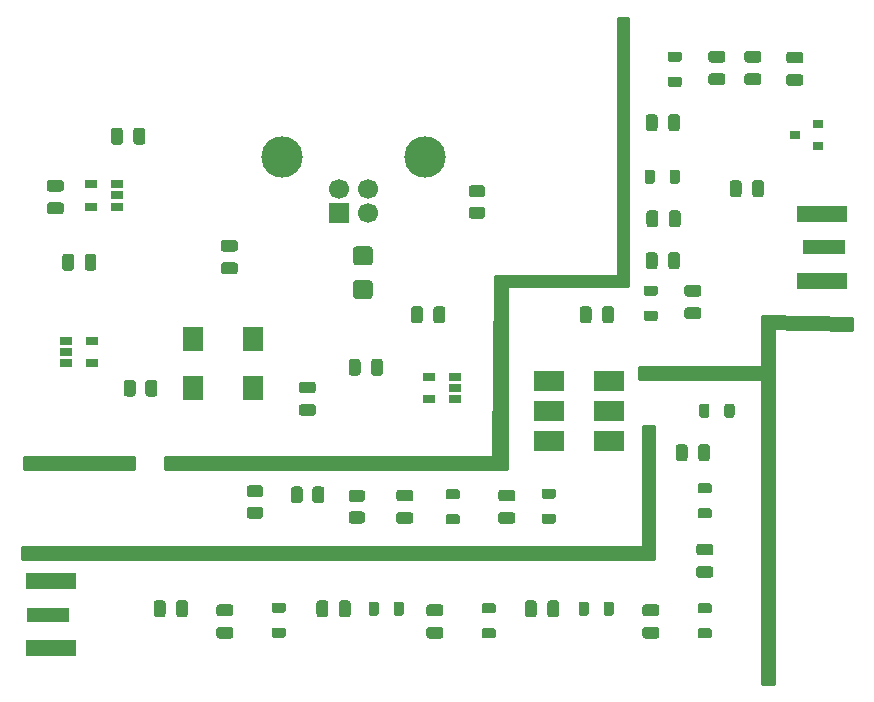
<source format=gbr>
%TF.GenerationSoftware,KiCad,Pcbnew,(5.1.10)-1*%
%TF.CreationDate,2021-08-21T15:59:26-07:00*%
%TF.ProjectId,upconverter,7570636f-6e76-4657-9274-65722e6b6963,rev?*%
%TF.SameCoordinates,Original*%
%TF.FileFunction,Soldermask,Top*%
%TF.FilePolarity,Negative*%
%FSLAX46Y46*%
G04 Gerber Fmt 4.6, Leading zero omitted, Abs format (unit mm)*
G04 Created by KiCad (PCBNEW (5.1.10)-1) date 2021-08-21 15:59:26*
%MOMM*%
%LPD*%
G01*
G04 APERTURE LIST*
%ADD10R,4.200000X1.350000*%
%ADD11R,3.600000X1.270000*%
%ADD12R,0.900000X0.800000*%
%ADD13R,1.700000X1.700000*%
%ADD14C,1.700000*%
%ADD15C,3.500000*%
%ADD16R,2.540000X1.651000*%
%ADD17R,1.060000X0.650000*%
%ADD18R,1.800000X2.000000*%
%ADD19C,0.254000*%
%ADD20C,0.100000*%
G04 APERTURE END LIST*
D10*
%TO.C,J2*%
X116586000Y-52482000D03*
X116586000Y-46832000D03*
D11*
X116786000Y-49657000D03*
%TD*%
%TO.C,J3*%
X51108000Y-80772000D03*
D10*
X51308000Y-83597000D03*
X51308000Y-77947000D03*
%TD*%
%TO.C,C20*%
G36*
G01*
X53271000Y-50452000D02*
X53271000Y-51402000D01*
G75*
G02*
X53021000Y-51652000I-250000J0D01*
G01*
X52521000Y-51652000D01*
G75*
G02*
X52271000Y-51402000I0J250000D01*
G01*
X52271000Y-50452000D01*
G75*
G02*
X52521000Y-50202000I250000J0D01*
G01*
X53021000Y-50202000D01*
G75*
G02*
X53271000Y-50452000I0J-250000D01*
G01*
G37*
G36*
G01*
X55171000Y-50452000D02*
X55171000Y-51402000D01*
G75*
G02*
X54921000Y-51652000I-250000J0D01*
G01*
X54421000Y-51652000D01*
G75*
G02*
X54171000Y-51402000I0J250000D01*
G01*
X54171000Y-50452000D01*
G75*
G02*
X54421000Y-50202000I250000J0D01*
G01*
X54921000Y-50202000D01*
G75*
G02*
X55171000Y-50452000I0J-250000D01*
G01*
G37*
%TD*%
%TO.C,C1*%
G36*
G01*
X110686000Y-45179000D02*
X110686000Y-44229000D01*
G75*
G02*
X110936000Y-43979000I250000J0D01*
G01*
X111436000Y-43979000D01*
G75*
G02*
X111686000Y-44229000I0J-250000D01*
G01*
X111686000Y-45179000D01*
G75*
G02*
X111436000Y-45429000I-250000J0D01*
G01*
X110936000Y-45429000D01*
G75*
G02*
X110686000Y-45179000I0J250000D01*
G01*
G37*
G36*
G01*
X108786000Y-45179000D02*
X108786000Y-44229000D01*
G75*
G02*
X109036000Y-43979000I250000J0D01*
G01*
X109536000Y-43979000D01*
G75*
G02*
X109786000Y-44229000I0J-250000D01*
G01*
X109786000Y-45179000D01*
G75*
G02*
X109536000Y-45429000I-250000J0D01*
G01*
X109036000Y-45429000D01*
G75*
G02*
X108786000Y-45179000I0J250000D01*
G01*
G37*
%TD*%
%TO.C,C2*%
G36*
G01*
X107114000Y-66581000D02*
X107114000Y-67531000D01*
G75*
G02*
X106864000Y-67781000I-250000J0D01*
G01*
X106364000Y-67781000D01*
G75*
G02*
X106114000Y-67531000I0J250000D01*
G01*
X106114000Y-66581000D01*
G75*
G02*
X106364000Y-66331000I250000J0D01*
G01*
X106864000Y-66331000D01*
G75*
G02*
X107114000Y-66581000I0J-250000D01*
G01*
G37*
G36*
G01*
X105214000Y-66581000D02*
X105214000Y-67531000D01*
G75*
G02*
X104964000Y-67781000I-250000J0D01*
G01*
X104464000Y-67781000D01*
G75*
G02*
X104214000Y-67531000I0J250000D01*
G01*
X104214000Y-66581000D01*
G75*
G02*
X104464000Y-66331000I250000J0D01*
G01*
X104964000Y-66331000D01*
G75*
G02*
X105214000Y-66581000I0J-250000D01*
G01*
G37*
%TD*%
%TO.C,C3*%
G36*
G01*
X65946000Y-50935000D02*
X66896000Y-50935000D01*
G75*
G02*
X67146000Y-51185000I0J-250000D01*
G01*
X67146000Y-51685000D01*
G75*
G02*
X66896000Y-51935000I-250000J0D01*
G01*
X65946000Y-51935000D01*
G75*
G02*
X65696000Y-51685000I0J250000D01*
G01*
X65696000Y-51185000D01*
G75*
G02*
X65946000Y-50935000I250000J0D01*
G01*
G37*
G36*
G01*
X65946000Y-49035000D02*
X66896000Y-49035000D01*
G75*
G02*
X67146000Y-49285000I0J-250000D01*
G01*
X67146000Y-49785000D01*
G75*
G02*
X66896000Y-50035000I-250000J0D01*
G01*
X65946000Y-50035000D01*
G75*
G02*
X65696000Y-49785000I0J250000D01*
G01*
X65696000Y-49285000D01*
G75*
G02*
X65946000Y-49035000I250000J0D01*
G01*
G37*
%TD*%
%TO.C,C4*%
G36*
G01*
X113825000Y-33094000D02*
X114775000Y-33094000D01*
G75*
G02*
X115025000Y-33344000I0J-250000D01*
G01*
X115025000Y-33844000D01*
G75*
G02*
X114775000Y-34094000I-250000J0D01*
G01*
X113825000Y-34094000D01*
G75*
G02*
X113575000Y-33844000I0J250000D01*
G01*
X113575000Y-33344000D01*
G75*
G02*
X113825000Y-33094000I250000J0D01*
G01*
G37*
G36*
G01*
X113825000Y-34994000D02*
X114775000Y-34994000D01*
G75*
G02*
X115025000Y-35244000I0J-250000D01*
G01*
X115025000Y-35744000D01*
G75*
G02*
X114775000Y-35994000I-250000J0D01*
G01*
X113825000Y-35994000D01*
G75*
G02*
X113575000Y-35744000I0J250000D01*
G01*
X113575000Y-35244000D01*
G75*
G02*
X113825000Y-34994000I250000J0D01*
G01*
G37*
%TD*%
%TO.C,C5*%
G36*
G01*
X59301000Y-39784000D02*
X59301000Y-40734000D01*
G75*
G02*
X59051000Y-40984000I-250000J0D01*
G01*
X58551000Y-40984000D01*
G75*
G02*
X58301000Y-40734000I0J250000D01*
G01*
X58301000Y-39784000D01*
G75*
G02*
X58551000Y-39534000I250000J0D01*
G01*
X59051000Y-39534000D01*
G75*
G02*
X59301000Y-39784000I0J-250000D01*
G01*
G37*
G36*
G01*
X57401000Y-39784000D02*
X57401000Y-40734000D01*
G75*
G02*
X57151000Y-40984000I-250000J0D01*
G01*
X56651000Y-40984000D01*
G75*
G02*
X56401000Y-40734000I0J250000D01*
G01*
X56401000Y-39784000D01*
G75*
G02*
X56651000Y-39534000I250000J0D01*
G01*
X57151000Y-39534000D01*
G75*
G02*
X57401000Y-39784000I0J-250000D01*
G01*
G37*
%TD*%
%TO.C,C6*%
G36*
G01*
X82801000Y-54897000D02*
X82801000Y-55847000D01*
G75*
G02*
X82551000Y-56097000I-250000J0D01*
G01*
X82051000Y-56097000D01*
G75*
G02*
X81801000Y-55847000I0J250000D01*
G01*
X81801000Y-54897000D01*
G75*
G02*
X82051000Y-54647000I250000J0D01*
G01*
X82551000Y-54647000D01*
G75*
G02*
X82801000Y-54897000I0J-250000D01*
G01*
G37*
G36*
G01*
X84701000Y-54897000D02*
X84701000Y-55847000D01*
G75*
G02*
X84451000Y-56097000I-250000J0D01*
G01*
X83951000Y-56097000D01*
G75*
G02*
X83701000Y-55847000I0J250000D01*
G01*
X83701000Y-54897000D01*
G75*
G02*
X83951000Y-54647000I250000J0D01*
G01*
X84451000Y-54647000D01*
G75*
G02*
X84701000Y-54897000I0J-250000D01*
G01*
G37*
%TD*%
%TO.C,C7*%
G36*
G01*
X110269000Y-34928000D02*
X111219000Y-34928000D01*
G75*
G02*
X111469000Y-35178000I0J-250000D01*
G01*
X111469000Y-35678000D01*
G75*
G02*
X111219000Y-35928000I-250000J0D01*
G01*
X110269000Y-35928000D01*
G75*
G02*
X110019000Y-35678000I0J250000D01*
G01*
X110019000Y-35178000D01*
G75*
G02*
X110269000Y-34928000I250000J0D01*
G01*
G37*
G36*
G01*
X110269000Y-33028000D02*
X111219000Y-33028000D01*
G75*
G02*
X111469000Y-33278000I0J-250000D01*
G01*
X111469000Y-33778000D01*
G75*
G02*
X111219000Y-34028000I-250000J0D01*
G01*
X110269000Y-34028000D01*
G75*
G02*
X110019000Y-33778000I0J250000D01*
G01*
X110019000Y-33278000D01*
G75*
G02*
X110269000Y-33028000I250000J0D01*
G01*
G37*
%TD*%
%TO.C,C8*%
G36*
G01*
X107155000Y-75750000D02*
X106205000Y-75750000D01*
G75*
G02*
X105955000Y-75500000I0J250000D01*
G01*
X105955000Y-75000000D01*
G75*
G02*
X106205000Y-74750000I250000J0D01*
G01*
X107155000Y-74750000D01*
G75*
G02*
X107405000Y-75000000I0J-250000D01*
G01*
X107405000Y-75500000D01*
G75*
G02*
X107155000Y-75750000I-250000J0D01*
G01*
G37*
G36*
G01*
X107155000Y-77650000D02*
X106205000Y-77650000D01*
G75*
G02*
X105955000Y-77400000I0J250000D01*
G01*
X105955000Y-76900000D01*
G75*
G02*
X106205000Y-76650000I250000J0D01*
G01*
X107155000Y-76650000D01*
G75*
G02*
X107405000Y-76900000I0J-250000D01*
G01*
X107405000Y-77400000D01*
G75*
G02*
X107155000Y-77650000I-250000J0D01*
G01*
G37*
%TD*%
%TO.C,C9*%
G36*
G01*
X108171000Y-35928000D02*
X107221000Y-35928000D01*
G75*
G02*
X106971000Y-35678000I0J250000D01*
G01*
X106971000Y-35178000D01*
G75*
G02*
X107221000Y-34928000I250000J0D01*
G01*
X108171000Y-34928000D01*
G75*
G02*
X108421000Y-35178000I0J-250000D01*
G01*
X108421000Y-35678000D01*
G75*
G02*
X108171000Y-35928000I-250000J0D01*
G01*
G37*
G36*
G01*
X108171000Y-34028000D02*
X107221000Y-34028000D01*
G75*
G02*
X106971000Y-33778000I0J250000D01*
G01*
X106971000Y-33278000D01*
G75*
G02*
X107221000Y-33028000I250000J0D01*
G01*
X108171000Y-33028000D01*
G75*
G02*
X108421000Y-33278000I0J-250000D01*
G01*
X108421000Y-33778000D01*
G75*
G02*
X108171000Y-34028000I-250000J0D01*
G01*
G37*
%TD*%
%TO.C,C10*%
G36*
G01*
X76528000Y-60292000D02*
X76528000Y-59342000D01*
G75*
G02*
X76778000Y-59092000I250000J0D01*
G01*
X77278000Y-59092000D01*
G75*
G02*
X77528000Y-59342000I0J-250000D01*
G01*
X77528000Y-60292000D01*
G75*
G02*
X77278000Y-60542000I-250000J0D01*
G01*
X76778000Y-60542000D01*
G75*
G02*
X76528000Y-60292000I0J250000D01*
G01*
G37*
G36*
G01*
X78428000Y-60292000D02*
X78428000Y-59342000D01*
G75*
G02*
X78678000Y-59092000I250000J0D01*
G01*
X79178000Y-59092000D01*
G75*
G02*
X79428000Y-59342000I0J-250000D01*
G01*
X79428000Y-60292000D01*
G75*
G02*
X79178000Y-60542000I-250000J0D01*
G01*
X78678000Y-60542000D01*
G75*
G02*
X78428000Y-60292000I0J250000D01*
G01*
G37*
%TD*%
%TO.C,C11*%
G36*
G01*
X52164000Y-44955000D02*
X51214000Y-44955000D01*
G75*
G02*
X50964000Y-44705000I0J250000D01*
G01*
X50964000Y-44205000D01*
G75*
G02*
X51214000Y-43955000I250000J0D01*
G01*
X52164000Y-43955000D01*
G75*
G02*
X52414000Y-44205000I0J-250000D01*
G01*
X52414000Y-44705000D01*
G75*
G02*
X52164000Y-44955000I-250000J0D01*
G01*
G37*
G36*
G01*
X52164000Y-46855000D02*
X51214000Y-46855000D01*
G75*
G02*
X50964000Y-46605000I0J250000D01*
G01*
X50964000Y-46105000D01*
G75*
G02*
X51214000Y-45855000I250000J0D01*
G01*
X52164000Y-45855000D01*
G75*
G02*
X52414000Y-46105000I0J-250000D01*
G01*
X52414000Y-46605000D01*
G75*
G02*
X52164000Y-46855000I-250000J0D01*
G01*
G37*
%TD*%
%TO.C,C12*%
G36*
G01*
X104574000Y-38641000D02*
X104574000Y-39591000D01*
G75*
G02*
X104324000Y-39841000I-250000J0D01*
G01*
X103824000Y-39841000D01*
G75*
G02*
X103574000Y-39591000I0J250000D01*
G01*
X103574000Y-38641000D01*
G75*
G02*
X103824000Y-38391000I250000J0D01*
G01*
X104324000Y-38391000D01*
G75*
G02*
X104574000Y-38641000I0J-250000D01*
G01*
G37*
G36*
G01*
X102674000Y-38641000D02*
X102674000Y-39591000D01*
G75*
G02*
X102424000Y-39841000I-250000J0D01*
G01*
X101924000Y-39841000D01*
G75*
G02*
X101674000Y-39591000I0J250000D01*
G01*
X101674000Y-38641000D01*
G75*
G02*
X101924000Y-38391000I250000J0D01*
G01*
X102424000Y-38391000D01*
G75*
G02*
X102674000Y-38641000I0J-250000D01*
G01*
G37*
%TD*%
%TO.C,C13*%
G36*
G01*
X101633000Y-79896000D02*
X102583000Y-79896000D01*
G75*
G02*
X102833000Y-80146000I0J-250000D01*
G01*
X102833000Y-80646000D01*
G75*
G02*
X102583000Y-80896000I-250000J0D01*
G01*
X101633000Y-80896000D01*
G75*
G02*
X101383000Y-80646000I0J250000D01*
G01*
X101383000Y-80146000D01*
G75*
G02*
X101633000Y-79896000I250000J0D01*
G01*
G37*
G36*
G01*
X101633000Y-81796000D02*
X102583000Y-81796000D01*
G75*
G02*
X102833000Y-82046000I0J-250000D01*
G01*
X102833000Y-82546000D01*
G75*
G02*
X102583000Y-82796000I-250000J0D01*
G01*
X101633000Y-82796000D01*
G75*
G02*
X101383000Y-82546000I0J250000D01*
G01*
X101383000Y-82046000D01*
G75*
G02*
X101633000Y-81796000I250000J0D01*
G01*
G37*
%TD*%
%TO.C,C14*%
G36*
G01*
X103640000Y-47719000D02*
X103640000Y-46769000D01*
G75*
G02*
X103890000Y-46519000I250000J0D01*
G01*
X104390000Y-46519000D01*
G75*
G02*
X104640000Y-46769000I0J-250000D01*
G01*
X104640000Y-47719000D01*
G75*
G02*
X104390000Y-47969000I-250000J0D01*
G01*
X103890000Y-47969000D01*
G75*
G02*
X103640000Y-47719000I0J250000D01*
G01*
G37*
G36*
G01*
X101740000Y-47719000D02*
X101740000Y-46769000D01*
G75*
G02*
X101990000Y-46519000I250000J0D01*
G01*
X102490000Y-46519000D01*
G75*
G02*
X102740000Y-46769000I0J-250000D01*
G01*
X102740000Y-47719000D01*
G75*
G02*
X102490000Y-47969000I-250000J0D01*
G01*
X101990000Y-47969000D01*
G75*
G02*
X101740000Y-47719000I0J250000D01*
G01*
G37*
%TD*%
%TO.C,C15*%
G36*
G01*
X101674000Y-51275000D02*
X101674000Y-50325000D01*
G75*
G02*
X101924000Y-50075000I250000J0D01*
G01*
X102424000Y-50075000D01*
G75*
G02*
X102674000Y-50325000I0J-250000D01*
G01*
X102674000Y-51275000D01*
G75*
G02*
X102424000Y-51525000I-250000J0D01*
G01*
X101924000Y-51525000D01*
G75*
G02*
X101674000Y-51275000I0J250000D01*
G01*
G37*
G36*
G01*
X103574000Y-51275000D02*
X103574000Y-50325000D01*
G75*
G02*
X103824000Y-50075000I250000J0D01*
G01*
X104324000Y-50075000D01*
G75*
G02*
X104574000Y-50325000I0J-250000D01*
G01*
X104574000Y-51275000D01*
G75*
G02*
X104324000Y-51525000I-250000J0D01*
G01*
X103824000Y-51525000D01*
G75*
G02*
X103574000Y-51275000I0J250000D01*
G01*
G37*
%TD*%
%TO.C,C16*%
G36*
G01*
X106139000Y-55740000D02*
X105189000Y-55740000D01*
G75*
G02*
X104939000Y-55490000I0J250000D01*
G01*
X104939000Y-54990000D01*
G75*
G02*
X105189000Y-54740000I250000J0D01*
G01*
X106139000Y-54740000D01*
G75*
G02*
X106389000Y-54990000I0J-250000D01*
G01*
X106389000Y-55490000D01*
G75*
G02*
X106139000Y-55740000I-250000J0D01*
G01*
G37*
G36*
G01*
X106139000Y-53840000D02*
X105189000Y-53840000D01*
G75*
G02*
X104939000Y-53590000I0J250000D01*
G01*
X104939000Y-53090000D01*
G75*
G02*
X105189000Y-52840000I250000J0D01*
G01*
X106139000Y-52840000D01*
G75*
G02*
X106389000Y-53090000I0J-250000D01*
G01*
X106389000Y-53590000D01*
G75*
G02*
X106139000Y-53840000I-250000J0D01*
G01*
G37*
%TD*%
%TO.C,C17*%
G36*
G01*
X93348000Y-80739000D02*
X93348000Y-79789000D01*
G75*
G02*
X93598000Y-79539000I250000J0D01*
G01*
X94098000Y-79539000D01*
G75*
G02*
X94348000Y-79789000I0J-250000D01*
G01*
X94348000Y-80739000D01*
G75*
G02*
X94098000Y-80989000I-250000J0D01*
G01*
X93598000Y-80989000D01*
G75*
G02*
X93348000Y-80739000I0J250000D01*
G01*
G37*
G36*
G01*
X91448000Y-80739000D02*
X91448000Y-79789000D01*
G75*
G02*
X91698000Y-79539000I250000J0D01*
G01*
X92198000Y-79539000D01*
G75*
G02*
X92448000Y-79789000I0J-250000D01*
G01*
X92448000Y-80739000D01*
G75*
G02*
X92198000Y-80989000I-250000J0D01*
G01*
X91698000Y-80989000D01*
G75*
G02*
X91448000Y-80739000I0J250000D01*
G01*
G37*
%TD*%
%TO.C,C18*%
G36*
G01*
X98986000Y-54897000D02*
X98986000Y-55847000D01*
G75*
G02*
X98736000Y-56097000I-250000J0D01*
G01*
X98236000Y-56097000D01*
G75*
G02*
X97986000Y-55847000I0J250000D01*
G01*
X97986000Y-54897000D01*
G75*
G02*
X98236000Y-54647000I250000J0D01*
G01*
X98736000Y-54647000D01*
G75*
G02*
X98986000Y-54897000I0J-250000D01*
G01*
G37*
G36*
G01*
X97086000Y-54897000D02*
X97086000Y-55847000D01*
G75*
G02*
X96836000Y-56097000I-250000J0D01*
G01*
X96336000Y-56097000D01*
G75*
G02*
X96086000Y-55847000I0J250000D01*
G01*
X96086000Y-54897000D01*
G75*
G02*
X96336000Y-54647000I250000J0D01*
G01*
X96836000Y-54647000D01*
G75*
G02*
X97086000Y-54897000I0J-250000D01*
G01*
G37*
%TD*%
%TO.C,C19*%
G36*
G01*
X72550000Y-61034000D02*
X73500000Y-61034000D01*
G75*
G02*
X73750000Y-61284000I0J-250000D01*
G01*
X73750000Y-61784000D01*
G75*
G02*
X73500000Y-62034000I-250000J0D01*
G01*
X72550000Y-62034000D01*
G75*
G02*
X72300000Y-61784000I0J250000D01*
G01*
X72300000Y-61284000D01*
G75*
G02*
X72550000Y-61034000I250000J0D01*
G01*
G37*
G36*
G01*
X72550000Y-62934000D02*
X73500000Y-62934000D01*
G75*
G02*
X73750000Y-63184000I0J-250000D01*
G01*
X73750000Y-63684000D01*
G75*
G02*
X73500000Y-63934000I-250000J0D01*
G01*
X72550000Y-63934000D01*
G75*
G02*
X72300000Y-63684000I0J250000D01*
G01*
X72300000Y-63184000D01*
G75*
G02*
X72550000Y-62934000I250000J0D01*
G01*
G37*
%TD*%
%TO.C,C21*%
G36*
G01*
X83345000Y-79896000D02*
X84295000Y-79896000D01*
G75*
G02*
X84545000Y-80146000I0J-250000D01*
G01*
X84545000Y-80646000D01*
G75*
G02*
X84295000Y-80896000I-250000J0D01*
G01*
X83345000Y-80896000D01*
G75*
G02*
X83095000Y-80646000I0J250000D01*
G01*
X83095000Y-80146000D01*
G75*
G02*
X83345000Y-79896000I250000J0D01*
G01*
G37*
G36*
G01*
X83345000Y-81796000D02*
X84295000Y-81796000D01*
G75*
G02*
X84545000Y-82046000I0J-250000D01*
G01*
X84545000Y-82546000D01*
G75*
G02*
X84295000Y-82796000I-250000J0D01*
G01*
X83345000Y-82796000D01*
G75*
G02*
X83095000Y-82546000I0J250000D01*
G01*
X83095000Y-82046000D01*
G75*
G02*
X83345000Y-81796000I250000J0D01*
G01*
G37*
%TD*%
%TO.C,C22*%
G36*
G01*
X75700000Y-80739000D02*
X75700000Y-79789000D01*
G75*
G02*
X75950000Y-79539000I250000J0D01*
G01*
X76450000Y-79539000D01*
G75*
G02*
X76700000Y-79789000I0J-250000D01*
G01*
X76700000Y-80739000D01*
G75*
G02*
X76450000Y-80989000I-250000J0D01*
G01*
X75950000Y-80989000D01*
G75*
G02*
X75700000Y-80739000I0J250000D01*
G01*
G37*
G36*
G01*
X73800000Y-80739000D02*
X73800000Y-79789000D01*
G75*
G02*
X74050000Y-79539000I250000J0D01*
G01*
X74550000Y-79539000D01*
G75*
G02*
X74800000Y-79789000I0J-250000D01*
G01*
X74800000Y-80739000D01*
G75*
G02*
X74550000Y-80989000I-250000J0D01*
G01*
X74050000Y-80989000D01*
G75*
G02*
X73800000Y-80739000I0J250000D01*
G01*
G37*
%TD*%
%TO.C,C23*%
G36*
G01*
X65565000Y-81796000D02*
X66515000Y-81796000D01*
G75*
G02*
X66765000Y-82046000I0J-250000D01*
G01*
X66765000Y-82546000D01*
G75*
G02*
X66515000Y-82796000I-250000J0D01*
G01*
X65565000Y-82796000D01*
G75*
G02*
X65315000Y-82546000I0J250000D01*
G01*
X65315000Y-82046000D01*
G75*
G02*
X65565000Y-81796000I250000J0D01*
G01*
G37*
G36*
G01*
X65565000Y-79896000D02*
X66515000Y-79896000D01*
G75*
G02*
X66765000Y-80146000I0J-250000D01*
G01*
X66765000Y-80646000D01*
G75*
G02*
X66515000Y-80896000I-250000J0D01*
G01*
X65565000Y-80896000D01*
G75*
G02*
X65315000Y-80646000I0J250000D01*
G01*
X65315000Y-80146000D01*
G75*
G02*
X65565000Y-79896000I250000J0D01*
G01*
G37*
%TD*%
%TO.C,C24*%
G36*
G01*
X60018000Y-80739000D02*
X60018000Y-79789000D01*
G75*
G02*
X60268000Y-79539000I250000J0D01*
G01*
X60768000Y-79539000D01*
G75*
G02*
X61018000Y-79789000I0J-250000D01*
G01*
X61018000Y-80739000D01*
G75*
G02*
X60768000Y-80989000I-250000J0D01*
G01*
X60268000Y-80989000D01*
G75*
G02*
X60018000Y-80739000I0J250000D01*
G01*
G37*
G36*
G01*
X61918000Y-80739000D02*
X61918000Y-79789000D01*
G75*
G02*
X62168000Y-79539000I250000J0D01*
G01*
X62668000Y-79539000D01*
G75*
G02*
X62918000Y-79789000I0J-250000D01*
G01*
X62918000Y-80739000D01*
G75*
G02*
X62668000Y-80989000I-250000J0D01*
G01*
X62168000Y-80989000D01*
G75*
G02*
X61918000Y-80739000I0J250000D01*
G01*
G37*
%TD*%
%TO.C,C25*%
G36*
G01*
X80805000Y-70178000D02*
X81755000Y-70178000D01*
G75*
G02*
X82005000Y-70428000I0J-250000D01*
G01*
X82005000Y-70928000D01*
G75*
G02*
X81755000Y-71178000I-250000J0D01*
G01*
X80805000Y-71178000D01*
G75*
G02*
X80555000Y-70928000I0J250000D01*
G01*
X80555000Y-70428000D01*
G75*
G02*
X80805000Y-70178000I250000J0D01*
G01*
G37*
G36*
G01*
X80805000Y-72078000D02*
X81755000Y-72078000D01*
G75*
G02*
X82005000Y-72328000I0J-250000D01*
G01*
X82005000Y-72828000D01*
G75*
G02*
X81755000Y-73078000I-250000J0D01*
G01*
X80805000Y-73078000D01*
G75*
G02*
X80555000Y-72828000I0J250000D01*
G01*
X80555000Y-72328000D01*
G75*
G02*
X80805000Y-72078000I250000J0D01*
G01*
G37*
%TD*%
%TO.C,C26*%
G36*
G01*
X90391000Y-71178000D02*
X89441000Y-71178000D01*
G75*
G02*
X89191000Y-70928000I0J250000D01*
G01*
X89191000Y-70428000D01*
G75*
G02*
X89441000Y-70178000I250000J0D01*
G01*
X90391000Y-70178000D01*
G75*
G02*
X90641000Y-70428000I0J-250000D01*
G01*
X90641000Y-70928000D01*
G75*
G02*
X90391000Y-71178000I-250000J0D01*
G01*
G37*
G36*
G01*
X90391000Y-73078000D02*
X89441000Y-73078000D01*
G75*
G02*
X89191000Y-72828000I0J250000D01*
G01*
X89191000Y-72328000D01*
G75*
G02*
X89441000Y-72078000I250000J0D01*
G01*
X90391000Y-72078000D01*
G75*
G02*
X90641000Y-72328000I0J-250000D01*
G01*
X90641000Y-72828000D01*
G75*
G02*
X90391000Y-73078000I-250000J0D01*
G01*
G37*
%TD*%
D12*
%TO.C,D1*%
X116300000Y-41082000D03*
X116300000Y-39182000D03*
X114300000Y-40132000D03*
%TD*%
%TO.C,F1*%
G36*
G01*
X77149000Y-49591000D02*
X78299000Y-49591000D01*
G75*
G02*
X78549000Y-49841000I0J-250000D01*
G01*
X78549000Y-50941000D01*
G75*
G02*
X78299000Y-51191000I-250000J0D01*
G01*
X77149000Y-51191000D01*
G75*
G02*
X76899000Y-50941000I0J250000D01*
G01*
X76899000Y-49841000D01*
G75*
G02*
X77149000Y-49591000I250000J0D01*
G01*
G37*
G36*
G01*
X77149000Y-52441000D02*
X78299000Y-52441000D01*
G75*
G02*
X78549000Y-52691000I0J-250000D01*
G01*
X78549000Y-53791000D01*
G75*
G02*
X78299000Y-54041000I-250000J0D01*
G01*
X77149000Y-54041000D01*
G75*
G02*
X76899000Y-53791000I0J250000D01*
G01*
X76899000Y-52691000D01*
G75*
G02*
X77149000Y-52441000I250000J0D01*
G01*
G37*
%TD*%
D13*
%TO.C,J1*%
X75692000Y-46736000D03*
D14*
X78192000Y-46736000D03*
X78192000Y-44736000D03*
X75692000Y-44736000D03*
D15*
X70922000Y-42026000D03*
X82962000Y-42026000D03*
%TD*%
%TO.C,L1*%
G36*
G01*
X106196000Y-63881250D02*
X106196000Y-63118750D01*
G75*
G02*
X106414750Y-62900000I218750J0D01*
G01*
X106852250Y-62900000D01*
G75*
G02*
X107071000Y-63118750I0J-218750D01*
G01*
X107071000Y-63881250D01*
G75*
G02*
X106852250Y-64100000I-218750J0D01*
G01*
X106414750Y-64100000D01*
G75*
G02*
X106196000Y-63881250I0J218750D01*
G01*
G37*
G36*
G01*
X108321000Y-63881250D02*
X108321000Y-63118750D01*
G75*
G02*
X108539750Y-62900000I218750J0D01*
G01*
X108977250Y-62900000D01*
G75*
G02*
X109196000Y-63118750I0J-218750D01*
G01*
X109196000Y-63881250D01*
G75*
G02*
X108977250Y-64100000I-218750J0D01*
G01*
X108539750Y-64100000D01*
G75*
G02*
X108321000Y-63881250I0J218750D01*
G01*
G37*
%TD*%
%TO.C,L2*%
G36*
G01*
X107061250Y-70495000D02*
X106298750Y-70495000D01*
G75*
G02*
X106080000Y-70276250I0J218750D01*
G01*
X106080000Y-69838750D01*
G75*
G02*
X106298750Y-69620000I218750J0D01*
G01*
X107061250Y-69620000D01*
G75*
G02*
X107280000Y-69838750I0J-218750D01*
G01*
X107280000Y-70276250D01*
G75*
G02*
X107061250Y-70495000I-218750J0D01*
G01*
G37*
G36*
G01*
X107061250Y-72620000D02*
X106298750Y-72620000D01*
G75*
G02*
X106080000Y-72401250I0J218750D01*
G01*
X106080000Y-71963750D01*
G75*
G02*
X106298750Y-71745000I218750J0D01*
G01*
X107061250Y-71745000D01*
G75*
G02*
X107280000Y-71963750I0J-218750D01*
G01*
X107280000Y-72401250D01*
G75*
G02*
X107061250Y-72620000I-218750J0D01*
G01*
G37*
%TD*%
%TO.C,L3*%
G36*
G01*
X104521250Y-33965500D02*
X103758750Y-33965500D01*
G75*
G02*
X103540000Y-33746750I0J218750D01*
G01*
X103540000Y-33309250D01*
G75*
G02*
X103758750Y-33090500I218750J0D01*
G01*
X104521250Y-33090500D01*
G75*
G02*
X104740000Y-33309250I0J-218750D01*
G01*
X104740000Y-33746750D01*
G75*
G02*
X104521250Y-33965500I-218750J0D01*
G01*
G37*
G36*
G01*
X104521250Y-36090500D02*
X103758750Y-36090500D01*
G75*
G02*
X103540000Y-35871750I0J218750D01*
G01*
X103540000Y-35434250D01*
G75*
G02*
X103758750Y-35215500I218750J0D01*
G01*
X104521250Y-35215500D01*
G75*
G02*
X104740000Y-35434250I0J-218750D01*
G01*
X104740000Y-35871750D01*
G75*
G02*
X104521250Y-36090500I-218750J0D01*
G01*
G37*
%TD*%
%TO.C,L4*%
G36*
G01*
X106298750Y-79780000D02*
X107061250Y-79780000D01*
G75*
G02*
X107280000Y-79998750I0J-218750D01*
G01*
X107280000Y-80436250D01*
G75*
G02*
X107061250Y-80655000I-218750J0D01*
G01*
X106298750Y-80655000D01*
G75*
G02*
X106080000Y-80436250I0J218750D01*
G01*
X106080000Y-79998750D01*
G75*
G02*
X106298750Y-79780000I218750J0D01*
G01*
G37*
G36*
G01*
X106298750Y-81905000D02*
X107061250Y-81905000D01*
G75*
G02*
X107280000Y-82123750I0J-218750D01*
G01*
X107280000Y-82561250D01*
G75*
G02*
X107061250Y-82780000I-218750J0D01*
G01*
X106298750Y-82780000D01*
G75*
G02*
X106080000Y-82561250I0J218750D01*
G01*
X106080000Y-82123750D01*
G75*
G02*
X106298750Y-81905000I218750J0D01*
G01*
G37*
%TD*%
%TO.C,L5*%
G36*
G01*
X101577500Y-44069250D02*
X101577500Y-43306750D01*
G75*
G02*
X101796250Y-43088000I218750J0D01*
G01*
X102233750Y-43088000D01*
G75*
G02*
X102452500Y-43306750I0J-218750D01*
G01*
X102452500Y-44069250D01*
G75*
G02*
X102233750Y-44288000I-218750J0D01*
G01*
X101796250Y-44288000D01*
G75*
G02*
X101577500Y-44069250I0J218750D01*
G01*
G37*
G36*
G01*
X103702500Y-44069250D02*
X103702500Y-43306750D01*
G75*
G02*
X103921250Y-43088000I218750J0D01*
G01*
X104358750Y-43088000D01*
G75*
G02*
X104577500Y-43306750I0J-218750D01*
G01*
X104577500Y-44069250D01*
G75*
G02*
X104358750Y-44288000I-218750J0D01*
G01*
X103921250Y-44288000D01*
G75*
G02*
X103702500Y-44069250I0J218750D01*
G01*
G37*
%TD*%
%TO.C,L6*%
G36*
G01*
X98114500Y-80645250D02*
X98114500Y-79882750D01*
G75*
G02*
X98333250Y-79664000I218750J0D01*
G01*
X98770750Y-79664000D01*
G75*
G02*
X98989500Y-79882750I0J-218750D01*
G01*
X98989500Y-80645250D01*
G75*
G02*
X98770750Y-80864000I-218750J0D01*
G01*
X98333250Y-80864000D01*
G75*
G02*
X98114500Y-80645250I0J218750D01*
G01*
G37*
G36*
G01*
X95989500Y-80645250D02*
X95989500Y-79882750D01*
G75*
G02*
X96208250Y-79664000I218750J0D01*
G01*
X96645750Y-79664000D01*
G75*
G02*
X96864500Y-79882750I0J-218750D01*
G01*
X96864500Y-80645250D01*
G75*
G02*
X96645750Y-80864000I-218750J0D01*
G01*
X96208250Y-80864000D01*
G75*
G02*
X95989500Y-80645250I0J218750D01*
G01*
G37*
%TD*%
%TO.C,L7*%
G36*
G01*
X102489250Y-53777500D02*
X101726750Y-53777500D01*
G75*
G02*
X101508000Y-53558750I0J218750D01*
G01*
X101508000Y-53121250D01*
G75*
G02*
X101726750Y-52902500I218750J0D01*
G01*
X102489250Y-52902500D01*
G75*
G02*
X102708000Y-53121250I0J-218750D01*
G01*
X102708000Y-53558750D01*
G75*
G02*
X102489250Y-53777500I-218750J0D01*
G01*
G37*
G36*
G01*
X102489250Y-55902500D02*
X101726750Y-55902500D01*
G75*
G02*
X101508000Y-55683750I0J218750D01*
G01*
X101508000Y-55246250D01*
G75*
G02*
X101726750Y-55027500I218750J0D01*
G01*
X102489250Y-55027500D01*
G75*
G02*
X102708000Y-55246250I0J-218750D01*
G01*
X102708000Y-55683750D01*
G75*
G02*
X102489250Y-55902500I-218750J0D01*
G01*
G37*
%TD*%
%TO.C,L8*%
G36*
G01*
X88010750Y-79780000D02*
X88773250Y-79780000D01*
G75*
G02*
X88992000Y-79998750I0J-218750D01*
G01*
X88992000Y-80436250D01*
G75*
G02*
X88773250Y-80655000I-218750J0D01*
G01*
X88010750Y-80655000D01*
G75*
G02*
X87792000Y-80436250I0J218750D01*
G01*
X87792000Y-79998750D01*
G75*
G02*
X88010750Y-79780000I218750J0D01*
G01*
G37*
G36*
G01*
X88010750Y-81905000D02*
X88773250Y-81905000D01*
G75*
G02*
X88992000Y-82123750I0J-218750D01*
G01*
X88992000Y-82561250D01*
G75*
G02*
X88773250Y-82780000I-218750J0D01*
G01*
X88010750Y-82780000D01*
G75*
G02*
X87792000Y-82561250I0J218750D01*
G01*
X87792000Y-82123750D01*
G75*
G02*
X88010750Y-81905000I218750J0D01*
G01*
G37*
%TD*%
%TO.C,L9*%
G36*
G01*
X78209500Y-80645250D02*
X78209500Y-79882750D01*
G75*
G02*
X78428250Y-79664000I218750J0D01*
G01*
X78865750Y-79664000D01*
G75*
G02*
X79084500Y-79882750I0J-218750D01*
G01*
X79084500Y-80645250D01*
G75*
G02*
X78865750Y-80864000I-218750J0D01*
G01*
X78428250Y-80864000D01*
G75*
G02*
X78209500Y-80645250I0J218750D01*
G01*
G37*
G36*
G01*
X80334500Y-80645250D02*
X80334500Y-79882750D01*
G75*
G02*
X80553250Y-79664000I218750J0D01*
G01*
X80990750Y-79664000D01*
G75*
G02*
X81209500Y-79882750I0J-218750D01*
G01*
X81209500Y-80645250D01*
G75*
G02*
X80990750Y-80864000I-218750J0D01*
G01*
X80553250Y-80864000D01*
G75*
G02*
X80334500Y-80645250I0J218750D01*
G01*
G37*
%TD*%
%TO.C,L10*%
G36*
G01*
X70230750Y-81858500D02*
X70993250Y-81858500D01*
G75*
G02*
X71212000Y-82077250I0J-218750D01*
G01*
X71212000Y-82514750D01*
G75*
G02*
X70993250Y-82733500I-218750J0D01*
G01*
X70230750Y-82733500D01*
G75*
G02*
X70012000Y-82514750I0J218750D01*
G01*
X70012000Y-82077250D01*
G75*
G02*
X70230750Y-81858500I218750J0D01*
G01*
G37*
G36*
G01*
X70230750Y-79733500D02*
X70993250Y-79733500D01*
G75*
G02*
X71212000Y-79952250I0J-218750D01*
G01*
X71212000Y-80389750D01*
G75*
G02*
X70993250Y-80608500I-218750J0D01*
G01*
X70230750Y-80608500D01*
G75*
G02*
X70012000Y-80389750I0J218750D01*
G01*
X70012000Y-79952250D01*
G75*
G02*
X70230750Y-79733500I218750J0D01*
G01*
G37*
%TD*%
%TO.C,L11*%
G36*
G01*
X84962750Y-70128000D02*
X85725250Y-70128000D01*
G75*
G02*
X85944000Y-70346750I0J-218750D01*
G01*
X85944000Y-70784250D01*
G75*
G02*
X85725250Y-71003000I-218750J0D01*
G01*
X84962750Y-71003000D01*
G75*
G02*
X84744000Y-70784250I0J218750D01*
G01*
X84744000Y-70346750D01*
G75*
G02*
X84962750Y-70128000I218750J0D01*
G01*
G37*
G36*
G01*
X84962750Y-72253000D02*
X85725250Y-72253000D01*
G75*
G02*
X85944000Y-72471750I0J-218750D01*
G01*
X85944000Y-72909250D01*
G75*
G02*
X85725250Y-73128000I-218750J0D01*
G01*
X84962750Y-73128000D01*
G75*
G02*
X84744000Y-72909250I0J218750D01*
G01*
X84744000Y-72471750D01*
G75*
G02*
X84962750Y-72253000I218750J0D01*
G01*
G37*
%TD*%
%TO.C,L12*%
G36*
G01*
X93090750Y-72206500D02*
X93853250Y-72206500D01*
G75*
G02*
X94072000Y-72425250I0J-218750D01*
G01*
X94072000Y-72862750D01*
G75*
G02*
X93853250Y-73081500I-218750J0D01*
G01*
X93090750Y-73081500D01*
G75*
G02*
X92872000Y-72862750I0J218750D01*
G01*
X92872000Y-72425250D01*
G75*
G02*
X93090750Y-72206500I218750J0D01*
G01*
G37*
G36*
G01*
X93090750Y-70081500D02*
X93853250Y-70081500D01*
G75*
G02*
X94072000Y-70300250I0J-218750D01*
G01*
X94072000Y-70737750D01*
G75*
G02*
X93853250Y-70956500I-218750J0D01*
G01*
X93090750Y-70956500D01*
G75*
G02*
X92872000Y-70737750I0J218750D01*
G01*
X92872000Y-70300250D01*
G75*
G02*
X93090750Y-70081500I218750J0D01*
G01*
G37*
%TD*%
D16*
%TO.C,MX1*%
X93472000Y-66040000D03*
X93472000Y-63500000D03*
X93472000Y-60960000D03*
X98552000Y-60960000D03*
X98552000Y-63500000D03*
X98552000Y-66040000D03*
%TD*%
%TO.C,R1*%
G36*
G01*
X86925999Y-46223500D02*
X87826001Y-46223500D01*
G75*
G02*
X88076000Y-46473499I0J-249999D01*
G01*
X88076000Y-46998501D01*
G75*
G02*
X87826001Y-47248500I-249999J0D01*
G01*
X86925999Y-47248500D01*
G75*
G02*
X86676000Y-46998501I0J249999D01*
G01*
X86676000Y-46473499D01*
G75*
G02*
X86925999Y-46223500I249999J0D01*
G01*
G37*
G36*
G01*
X86925999Y-44398500D02*
X87826001Y-44398500D01*
G75*
G02*
X88076000Y-44648499I0J-249999D01*
G01*
X88076000Y-45173501D01*
G75*
G02*
X87826001Y-45423500I-249999J0D01*
G01*
X86925999Y-45423500D01*
G75*
G02*
X86676000Y-45173501I0J249999D01*
G01*
X86676000Y-44648499D01*
G75*
G02*
X86925999Y-44398500I249999J0D01*
G01*
G37*
%TD*%
%TO.C,R2*%
G36*
G01*
X58504500Y-61144999D02*
X58504500Y-62045001D01*
G75*
G02*
X58254501Y-62295000I-249999J0D01*
G01*
X57729499Y-62295000D01*
G75*
G02*
X57479500Y-62045001I0J249999D01*
G01*
X57479500Y-61144999D01*
G75*
G02*
X57729499Y-60895000I249999J0D01*
G01*
X58254501Y-60895000D01*
G75*
G02*
X58504500Y-61144999I0J-249999D01*
G01*
G37*
G36*
G01*
X60329500Y-61144999D02*
X60329500Y-62045001D01*
G75*
G02*
X60079501Y-62295000I-249999J0D01*
G01*
X59554499Y-62295000D01*
G75*
G02*
X59304500Y-62045001I0J249999D01*
G01*
X59304500Y-61144999D01*
G75*
G02*
X59554499Y-60895000I249999J0D01*
G01*
X60079501Y-60895000D01*
G75*
G02*
X60329500Y-61144999I0J-249999D01*
G01*
G37*
%TD*%
%TO.C,R3*%
G36*
G01*
X68129999Y-69798500D02*
X69030001Y-69798500D01*
G75*
G02*
X69280000Y-70048499I0J-249999D01*
G01*
X69280000Y-70573501D01*
G75*
G02*
X69030001Y-70823500I-249999J0D01*
G01*
X68129999Y-70823500D01*
G75*
G02*
X67880000Y-70573501I0J249999D01*
G01*
X67880000Y-70048499D01*
G75*
G02*
X68129999Y-69798500I249999J0D01*
G01*
G37*
G36*
G01*
X68129999Y-71623500D02*
X69030001Y-71623500D01*
G75*
G02*
X69280000Y-71873499I0J-249999D01*
G01*
X69280000Y-72398501D01*
G75*
G02*
X69030001Y-72648500I-249999J0D01*
G01*
X68129999Y-72648500D01*
G75*
G02*
X67880000Y-72398501I0J249999D01*
G01*
X67880000Y-71873499D01*
G75*
G02*
X68129999Y-71623500I249999J0D01*
G01*
G37*
%TD*%
%TO.C,R4*%
G36*
G01*
X74473500Y-70161999D02*
X74473500Y-71062001D01*
G75*
G02*
X74223501Y-71312000I-249999J0D01*
G01*
X73698499Y-71312000D01*
G75*
G02*
X73448500Y-71062001I0J249999D01*
G01*
X73448500Y-70161999D01*
G75*
G02*
X73698499Y-69912000I249999J0D01*
G01*
X74223501Y-69912000D01*
G75*
G02*
X74473500Y-70161999I0J-249999D01*
G01*
G37*
G36*
G01*
X72648500Y-70161999D02*
X72648500Y-71062001D01*
G75*
G02*
X72398501Y-71312000I-249999J0D01*
G01*
X71873499Y-71312000D01*
G75*
G02*
X71623500Y-71062001I0J249999D01*
G01*
X71623500Y-70161999D01*
G75*
G02*
X71873499Y-69912000I249999J0D01*
G01*
X72398501Y-69912000D01*
G75*
G02*
X72648500Y-70161999I0J-249999D01*
G01*
G37*
%TD*%
%TO.C,R5*%
G36*
G01*
X76765999Y-72028000D02*
X77666001Y-72028000D01*
G75*
G02*
X77916000Y-72277999I0J-249999D01*
G01*
X77916000Y-72803001D01*
G75*
G02*
X77666001Y-73053000I-249999J0D01*
G01*
X76765999Y-73053000D01*
G75*
G02*
X76516000Y-72803001I0J249999D01*
G01*
X76516000Y-72277999D01*
G75*
G02*
X76765999Y-72028000I249999J0D01*
G01*
G37*
G36*
G01*
X76765999Y-70203000D02*
X77666001Y-70203000D01*
G75*
G02*
X77916000Y-70452999I0J-249999D01*
G01*
X77916000Y-70978001D01*
G75*
G02*
X77666001Y-71228000I-249999J0D01*
G01*
X76765999Y-71228000D01*
G75*
G02*
X76516000Y-70978001I0J249999D01*
G01*
X76516000Y-70452999D01*
G75*
G02*
X76765999Y-70203000I249999J0D01*
G01*
G37*
%TD*%
D17*
%TO.C,U1*%
X85555000Y-62545000D03*
X85555000Y-61595000D03*
X85555000Y-60645000D03*
X83355000Y-60645000D03*
X83355000Y-62545000D03*
%TD*%
%TO.C,U2*%
X54737000Y-46223000D03*
X54737000Y-44323000D03*
X56937000Y-44323000D03*
X56937000Y-45273000D03*
X56937000Y-46223000D03*
%TD*%
%TO.C,U3*%
X52621000Y-57597000D03*
X52621000Y-58547000D03*
X52621000Y-59497000D03*
X54821000Y-59497000D03*
X54821000Y-57597000D03*
%TD*%
D18*
%TO.C,X1*%
X68453000Y-57395000D03*
X63373000Y-57395000D03*
X63373000Y-61595000D03*
X68453000Y-61595000D03*
%TD*%
D19*
X102362000Y-76073000D02*
X48895000Y-76073000D01*
X48895000Y-75057000D01*
X101346000Y-75057000D01*
X101370776Y-75054560D01*
X101394601Y-75047333D01*
X101416557Y-75035597D01*
X101435803Y-75019803D01*
X101451597Y-75000557D01*
X101463333Y-74978601D01*
X101470560Y-74954776D01*
X101473000Y-74930000D01*
X101473000Y-64770000D01*
X102362000Y-64770000D01*
X102362000Y-76073000D01*
D20*
G36*
X102362000Y-76073000D02*
G01*
X48895000Y-76073000D01*
X48895000Y-75057000D01*
X101346000Y-75057000D01*
X101370776Y-75054560D01*
X101394601Y-75047333D01*
X101416557Y-75035597D01*
X101435803Y-75019803D01*
X101451597Y-75000557D01*
X101463333Y-74978601D01*
X101470560Y-74954776D01*
X101473000Y-74930000D01*
X101473000Y-64770000D01*
X102362000Y-64770000D01*
X102362000Y-76073000D01*
G37*
D19*
X112522000Y-86614000D02*
X111506000Y-86614000D01*
X111506000Y-60960000D01*
X111503560Y-60935224D01*
X111496333Y-60911399D01*
X111484597Y-60889443D01*
X111468803Y-60870197D01*
X111449557Y-60854403D01*
X111427601Y-60842667D01*
X111403776Y-60835440D01*
X111379000Y-60833000D01*
X101092000Y-60833000D01*
X101092000Y-59817000D01*
X112522000Y-59817000D01*
X112522000Y-86614000D01*
D20*
G36*
X112522000Y-86614000D02*
G01*
X111506000Y-86614000D01*
X111506000Y-60960000D01*
X111503560Y-60935224D01*
X111496333Y-60911399D01*
X111484597Y-60889443D01*
X111468803Y-60870197D01*
X111449557Y-60854403D01*
X111427601Y-60842667D01*
X111403776Y-60835440D01*
X111379000Y-60833000D01*
X101092000Y-60833000D01*
X101092000Y-59817000D01*
X112522000Y-59817000D01*
X112522000Y-86614000D01*
G37*
D19*
X100203000Y-52959000D02*
X90043000Y-52959000D01*
X90018224Y-52961440D01*
X89994399Y-52968667D01*
X89972443Y-52980403D01*
X89953197Y-52996197D01*
X89937403Y-53015443D01*
X89925667Y-53037399D01*
X89918440Y-53061224D01*
X89916000Y-53086000D01*
X89916000Y-68453000D01*
X60960000Y-68453000D01*
X60960000Y-67437000D01*
X88646000Y-67437000D01*
X88670776Y-67434560D01*
X88694601Y-67427333D01*
X88716557Y-67415597D01*
X88735803Y-67399803D01*
X88751597Y-67380557D01*
X88763333Y-67358601D01*
X88770560Y-67334776D01*
X88772996Y-67311050D01*
X88898955Y-52070000D01*
X99187000Y-52070000D01*
X99211776Y-52067560D01*
X99235601Y-52060333D01*
X99257557Y-52048597D01*
X99276803Y-52032803D01*
X99292597Y-52013557D01*
X99304333Y-51991601D01*
X99311560Y-51967776D01*
X99314000Y-51943000D01*
X99314000Y-30226000D01*
X100203000Y-30226000D01*
X100203000Y-52959000D01*
D20*
G36*
X100203000Y-52959000D02*
G01*
X90043000Y-52959000D01*
X90018224Y-52961440D01*
X89994399Y-52968667D01*
X89972443Y-52980403D01*
X89953197Y-52996197D01*
X89937403Y-53015443D01*
X89925667Y-53037399D01*
X89918440Y-53061224D01*
X89916000Y-53086000D01*
X89916000Y-68453000D01*
X60960000Y-68453000D01*
X60960000Y-67437000D01*
X88646000Y-67437000D01*
X88670776Y-67434560D01*
X88694601Y-67427333D01*
X88716557Y-67415597D01*
X88735803Y-67399803D01*
X88751597Y-67380557D01*
X88763333Y-67358601D01*
X88770560Y-67334776D01*
X88772996Y-67311050D01*
X88898955Y-52070000D01*
X99187000Y-52070000D01*
X99211776Y-52067560D01*
X99235601Y-52060333D01*
X99257557Y-52048597D01*
X99276803Y-52032803D01*
X99292597Y-52013557D01*
X99304333Y-51991601D01*
X99311560Y-51967776D01*
X99314000Y-51943000D01*
X99314000Y-30226000D01*
X100203000Y-30226000D01*
X100203000Y-52959000D01*
G37*
D19*
X58321688Y-68453000D02*
X49022000Y-68453000D01*
X49022000Y-67437000D01*
X58321688Y-67437000D01*
X58321688Y-68453000D01*
D20*
G36*
X58321688Y-68453000D02*
G01*
X49022000Y-68453000D01*
X49022000Y-67437000D01*
X58321688Y-67437000D01*
X58321688Y-68453000D01*
G37*
D19*
X112522000Y-60960000D02*
X111506000Y-60960000D01*
X111506000Y-55499000D01*
X112522000Y-55499000D01*
X112522000Y-60960000D01*
D20*
G36*
X112522000Y-60960000D02*
G01*
X111506000Y-60960000D01*
X111506000Y-55499000D01*
X112522000Y-55499000D01*
X112522000Y-60960000D01*
G37*
D19*
X119126000Y-55623935D02*
X119126000Y-56639901D01*
X111633000Y-56517065D01*
X111633000Y-55501099D01*
X119126000Y-55623935D01*
D20*
G36*
X119126000Y-55623935D02*
G01*
X119126000Y-56639901D01*
X111633000Y-56517065D01*
X111633000Y-55501099D01*
X119126000Y-55623935D01*
G37*
M02*

</source>
